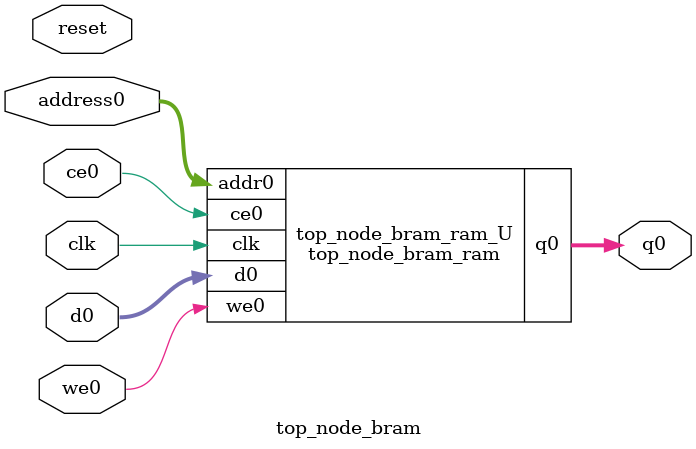
<source format=v>

`timescale 1 ns / 1 ps
module top_node_bram_ram (addr0, ce0, d0, we0, q0,  clk);

parameter DWIDTH = 32;
parameter AWIDTH = 16;
parameter MEM_SIZE = 45856;

input[AWIDTH-1:0] addr0;
input ce0;
input[DWIDTH-1:0] d0;
input we0;
output reg[DWIDTH-1:0] q0;
input clk;

(* ram_style = "block" *)reg [DWIDTH-1:0] ram[0:MEM_SIZE-1];




always @(posedge clk)  
begin 
    if (ce0) 
    begin
        if (we0) 
        begin 
            ram[addr0] <= d0; 
            q0 <= d0;
        end 
        else 
            q0 <= ram[addr0];
    end
end


endmodule


`timescale 1 ns / 1 ps
module top_node_bram(
    reset,
    clk,
    address0,
    ce0,
    we0,
    d0,
    q0);

parameter DataWidth = 32'd32;
parameter AddressRange = 32'd45856;
parameter AddressWidth = 32'd16;
input reset;
input clk;
input[AddressWidth - 1:0] address0;
input ce0;
input we0;
input[DataWidth - 1:0] d0;
output[DataWidth - 1:0] q0;



top_node_bram_ram top_node_bram_ram_U(
    .clk( clk ),
    .addr0( address0 ),
    .ce0( ce0 ),
    .d0( d0 ),
    .we0( we0 ),
    .q0( q0 ));

endmodule


</source>
